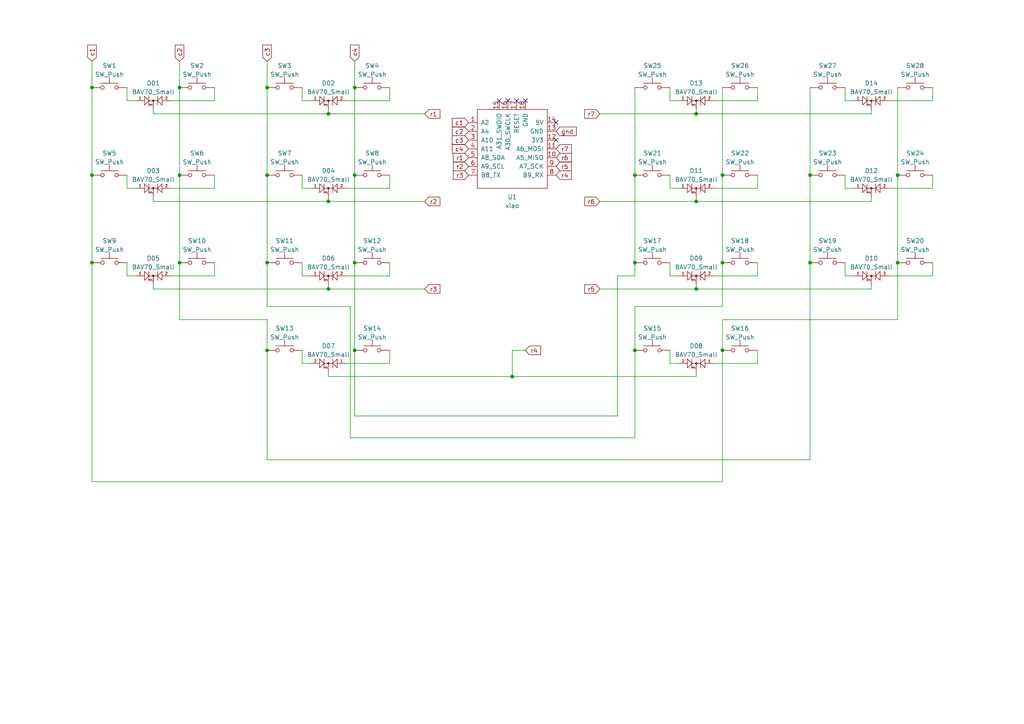
<source format=kicad_sch>
(kicad_sch (version 20230121) (generator eeschema)
  (paper "A4")
  (lib_symbols
    (symbol "Kleeb MCU:xiao" (pin_names (offset 1.016))
      (property "Reference" "U" (at -10.16 15.24 0))
      (property "Value" "xiao" (at -8.89 12.7 0))
      (symbol "xiao_0_1"
        (rectangle (start -10.16 11.43) (end 10.16 -11.43))
      )
      (symbol "xiao_1_1"
        (pin bidirectional line (at -12.7 7.62 0) (length 2.54) (name "A2") (number "1"))
        (pin bidirectional line (at 12.7 -2.54 180) (length 2.54) (name "A5_MISO") (number "10"))
        (pin bidirectional line (at 12.7 0 180) (length 2.54) (name "A6_MOSI") (number "11"))
        (pin power_out line (at 12.7 2.54 180) (length 2.54) (name "3V3") (number "12"))
        (pin power_out line (at 12.7 5.08 180) (length 2.54) (name "GND") (number "13"))
        (pin power_out line (at 12.7 7.62 180) (length 2.54) (name "5V") (number "14"))
        (pin input line (at -3.81 13.97 270) (length 2.54) (name "A31_SWDIO") (number "15"))
        (pin input line (at -1.27 13.97 270) (length 2.54) (name "A30_SWCLK") (number "16"))
        (pin input line (at 1.27 13.97 270) (length 2.54) (name "RESET") (number "17"))
        (pin power_out line (at 3.81 13.97 270) (length 2.54) (name "GND") (number "18"))
        (pin bidirectional line (at -12.7 5.08 0) (length 2.54) (name "A4") (number "2"))
        (pin bidirectional line (at -12.7 2.54 0) (length 2.54) (name "A10") (number "3"))
        (pin bidirectional line (at -12.7 0 0) (length 2.54) (name "A11") (number "4"))
        (pin bidirectional line (at -12.7 -2.54 0) (length 2.54) (name "A8_SDA") (number "5"))
        (pin bidirectional line (at -12.7 -5.08 0) (length 2.54) (name "A9_SCL") (number "6"))
        (pin bidirectional line (at -12.7 -7.62 0) (length 2.54) (name "B8_TX") (number "7"))
        (pin bidirectional line (at 12.7 -7.62 180) (length 2.54) (name "B9_RX") (number "8"))
        (pin bidirectional line (at 12.7 -5.08 180) (length 2.54) (name "A7_SCK") (number "9"))
      )
    )
    (symbol "MarBastLib-Various:BAV70_Small" (pin_names (offset 0.762) hide)
      (property "Reference" "D" (at 0.635 -2.54 0))
      (property "Value" "BAV70_Small" (at 0 2.54 0))
      (symbol "BAV70_Small_0_1"
        (polyline (pts (xy -1.27 1.27) (xy -1.27 -1.27)))
        (polyline (pts (xy 1.27 0) (xy -1.27 0)))
        (polyline (pts (xy 1.27 1.27) (xy 1.27 -1.27)))
        (polyline (pts (xy -2.54 1.27) (xy -2.54 -1.27) (xy -1.27 0) (xy -2.54 1.27)))
        (polyline (pts (xy 2.54 1.27) (xy 2.54 -1.27) (xy 1.27 0) (xy 2.54 1.27)))
        (circle (center 0 0) (radius 0.254) (fill (type outline)))
      )
      (symbol "BAV70_Small_1_1"
        (pin input line (at -5.08 0 0) (length 2.54) (name "A1") (number "1"))
        (pin input line (at 5.08 0 180) (length 2.54) (name "A2") (number "2"))
        (pin passive line (at 0 -2.54 90) (length 2.54) (name "K") (number "3"))
      )
    )
    (symbol "Switch:SW_Push" (pin_numbers hide) (pin_names (offset 1.016) hide)
      (property "Reference" "SW" (at 1.27 2.54 0))
      (property "Value" "SW_Push" (at 0 -1.524 0))
      (symbol "SW_Push_0_1"
        (circle (center -2.032 0) (radius 0.508))
        (polyline (pts (xy 0 1.27) (xy 0 3.048)))
        (polyline (pts (xy 2.54 1.27) (xy -2.54 1.27)))
        (circle (center 2.032 0) (radius 0.508))
        (pin passive line (at -5.08 0 0) (length 2.54) (name "1") (number "1"))
        (pin passive line (at 5.08 0 180) (length 2.54) (name "2") (number "2"))
      )
    )
  )
  (junction (at 102.87 25.4))
  (junction (at 184.15 101.6))
  (junction (at 77.47 25.4))
  (junction (at 77.47 101.6))
  (junction (at 102.87 50.8))
  (junction (at 95.25 83.82))
  (junction (at 52.07 50.8))
  (junction (at 201.93 58.42))
  (junction (at 77.47 76.2))
  (junction (at 95.25 58.42))
  (junction (at 184.15 50.8))
  (junction (at 234.95 50.8))
  (junction (at 77.47 50.8))
  (junction (at 52.07 76.2))
  (junction (at 26.67 76.2))
  (junction (at 52.07 25.4))
  (junction (at 234.95 76.2))
  (junction (at 102.87 101.6))
  (junction (at 209.55 76.2))
  (junction (at 260.35 50.8))
  (junction (at 209.55 50.8))
  (junction (at 26.67 50.8))
  (junction (at 184.15 76.2))
  (junction (at 95.25 33.02))
  (junction (at 148.59 109.22))
  (junction (at 201.93 33.02))
  (junction (at 201.93 83.82))
  (junction (at 102.87 76.2))
  (junction (at 26.67 25.4))
  (junction (at 209.55 101.6))
  (junction (at 260.35 76.2))
  (no_connect (at 161.29 40.64))
  (no_connect (at 147.32 29.21))
  (no_connect (at 149.86 29.21))
  (no_connect (at 152.4 29.21))
  (no_connect (at 161.29 35.56))
  (no_connect (at 144.78 29.21))
  (wire (pts (xy 201.93 58.42) (xy 201.93 57.15)))
  (wire (pts (xy 184.15 88.9) (xy 209.55 88.9)))
  (wire (pts (xy 209.55 92.71) (xy 260.35 92.71)))
  (wire (pts (xy 179.07 120.65) (xy 102.87 120.65)))
  (wire (pts (xy 148.59 101.6) (xy 152.4 101.6)))
  (wire (pts (xy 52.07 76.2) (xy 52.07 50.8)))
  (wire (pts (xy 26.67 17.78) (xy 26.67 25.4)))
  (wire (pts (xy 209.55 50.8) (xy 209.55 25.4)))
  (wire (pts (xy 219.71 29.21) (xy 207.01 29.21)))
  (wire (pts (xy 245.11 80.01) (xy 247.65 80.01)))
  (wire (pts (xy 62.23 76.2) (xy 62.23 80.01)))
  (wire (pts (xy 219.71 76.2) (xy 219.71 80.01)))
  (wire (pts (xy 252.73 57.15) (xy 252.73 58.42)))
  (wire (pts (xy 194.31 76.2) (xy 194.31 80.01)))
  (wire (pts (xy 87.63 25.4) (xy 87.63 29.21)))
  (wire (pts (xy 52.07 17.78) (xy 52.07 25.4)))
  (wire (pts (xy 52.07 92.71) (xy 52.07 76.2)))
  (wire (pts (xy 209.55 139.7) (xy 209.55 101.6)))
  (wire (pts (xy 26.67 50.8) (xy 26.67 76.2)))
  (wire (pts (xy 95.25 31.75) (xy 95.25 33.02)))
  (wire (pts (xy 44.45 33.02) (xy 95.25 33.02)))
  (wire (pts (xy 95.25 33.02) (xy 123.19 33.02)))
  (wire (pts (xy 44.45 58.42) (xy 95.25 58.42)))
  (wire (pts (xy 179.07 80.01) (xy 179.07 120.65)))
  (wire (pts (xy 148.59 109.22) (xy 201.93 109.22)))
  (wire (pts (xy 252.73 82.55) (xy 252.73 83.82)))
  (wire (pts (xy 36.83 25.4) (xy 36.83 29.21)))
  (wire (pts (xy 219.71 50.8) (xy 219.71 54.61)))
  (wire (pts (xy 77.47 133.35) (xy 77.47 101.6)))
  (wire (pts (xy 194.31 105.41) (xy 196.85 105.41)))
  (wire (pts (xy 270.51 80.01) (xy 257.81 80.01)))
  (wire (pts (xy 260.35 50.8) (xy 260.35 76.2)))
  (wire (pts (xy 194.31 50.8) (xy 194.31 54.61)))
  (wire (pts (xy 194.31 54.61) (xy 196.85 54.61)))
  (wire (pts (xy 245.11 76.2) (xy 245.11 80.01)))
  (wire (pts (xy 245.11 25.4) (xy 245.11 29.21)))
  (wire (pts (xy 184.15 127) (xy 184.15 101.6)))
  (wire (pts (xy 95.25 57.15) (xy 95.25 58.42)))
  (wire (pts (xy 77.47 92.71) (xy 52.07 92.71)))
  (wire (pts (xy 62.23 29.21) (xy 49.53 29.21)))
  (wire (pts (xy 201.93 58.42) (xy 252.73 58.42)))
  (wire (pts (xy 270.51 50.8) (xy 270.51 54.61)))
  (wire (pts (xy 62.23 25.4) (xy 62.23 29.21)))
  (wire (pts (xy 219.71 80.01) (xy 207.01 80.01)))
  (wire (pts (xy 87.63 50.8) (xy 87.63 54.61)))
  (wire (pts (xy 44.45 83.82) (xy 95.25 83.82)))
  (wire (pts (xy 77.47 50.8) (xy 77.47 76.2)))
  (wire (pts (xy 44.45 58.42) (xy 44.45 57.15)))
  (wire (pts (xy 260.35 92.71) (xy 260.35 76.2)))
  (wire (pts (xy 252.73 31.75) (xy 252.73 33.02)))
  (wire (pts (xy 194.31 101.6) (xy 194.31 105.41)))
  (wire (pts (xy 113.03 80.01) (xy 100.33 80.01)))
  (wire (pts (xy 95.25 83.82) (xy 123.19 83.82)))
  (wire (pts (xy 270.51 25.4) (xy 270.51 29.21)))
  (wire (pts (xy 36.83 50.8) (xy 36.83 54.61)))
  (wire (pts (xy 113.03 25.4) (xy 113.03 29.21)))
  (wire (pts (xy 102.87 76.2) (xy 102.87 50.8)))
  (wire (pts (xy 87.63 29.21) (xy 90.17 29.21)))
  (wire (pts (xy 113.03 76.2) (xy 113.03 80.01)))
  (wire (pts (xy 62.23 50.8) (xy 62.23 54.61)))
  (wire (pts (xy 184.15 80.01) (xy 184.15 76.2)))
  (wire (pts (xy 44.45 83.82) (xy 44.45 82.55)))
  (wire (pts (xy 95.25 107.95) (xy 95.25 109.22)))
  (wire (pts (xy 102.87 17.78) (xy 102.87 25.4)))
  (wire (pts (xy 219.71 25.4) (xy 219.71 29.21)))
  (wire (pts (xy 207.01 105.41) (xy 219.71 105.41)))
  (wire (pts (xy 102.87 101.6) (xy 102.87 76.2)))
  (wire (pts (xy 209.55 101.6) (xy 209.55 92.71)))
  (wire (pts (xy 36.83 76.2) (xy 36.83 80.01)))
  (wire (pts (xy 270.51 29.21) (xy 257.81 29.21)))
  (wire (pts (xy 201.93 109.22) (xy 201.93 107.95)))
  (wire (pts (xy 87.63 80.01) (xy 90.17 80.01)))
  (wire (pts (xy 101.6 88.9) (xy 101.6 127)))
  (wire (pts (xy 173.99 58.42) (xy 201.93 58.42)))
  (wire (pts (xy 184.15 50.8) (xy 184.15 76.2)))
  (wire (pts (xy 209.55 76.2) (xy 209.55 50.8)))
  (wire (pts (xy 87.63 105.41) (xy 90.17 105.41)))
  (wire (pts (xy 260.35 25.4) (xy 260.35 50.8)))
  (wire (pts (xy 201.93 33.02) (xy 201.93 31.75)))
  (wire (pts (xy 102.87 120.65) (xy 102.87 101.6)))
  (wire (pts (xy 234.95 133.35) (xy 234.95 76.2)))
  (wire (pts (xy 62.23 54.61) (xy 49.53 54.61)))
  (wire (pts (xy 26.67 76.2) (xy 26.67 139.7)))
  (wire (pts (xy 62.23 80.01) (xy 49.53 80.01)))
  (wire (pts (xy 36.83 80.01) (xy 39.37 80.01)))
  (wire (pts (xy 194.31 80.01) (xy 196.85 80.01)))
  (wire (pts (xy 95.25 58.42) (xy 123.19 58.42)))
  (wire (pts (xy 219.71 101.6) (xy 219.71 105.41)))
  (wire (pts (xy 194.31 25.4) (xy 194.31 29.21)))
  (wire (pts (xy 102.87 50.8) (xy 102.87 25.4)))
  (wire (pts (xy 270.51 54.61) (xy 257.81 54.61)))
  (wire (pts (xy 77.47 25.4) (xy 77.47 50.8)))
  (wire (pts (xy 184.15 25.4) (xy 184.15 50.8)))
  (wire (pts (xy 101.6 127) (xy 184.15 127)))
  (wire (pts (xy 270.51 76.2) (xy 270.51 80.01)))
  (wire (pts (xy 113.03 50.8) (xy 113.03 54.61)))
  (wire (pts (xy 36.83 54.61) (xy 39.37 54.61)))
  (wire (pts (xy 184.15 101.6) (xy 184.15 88.9)))
  (wire (pts (xy 201.93 83.82) (xy 201.93 82.55)))
  (wire (pts (xy 100.33 105.41) (xy 113.03 105.41)))
  (wire (pts (xy 77.47 101.6) (xy 77.47 92.71)))
  (wire (pts (xy 245.11 50.8) (xy 245.11 54.61)))
  (wire (pts (xy 234.95 50.8) (xy 234.95 25.4)))
  (wire (pts (xy 201.93 33.02) (xy 252.73 33.02)))
  (wire (pts (xy 26.67 139.7) (xy 209.55 139.7)))
  (wire (pts (xy 44.45 33.02) (xy 44.45 31.75)))
  (wire (pts (xy 113.03 54.61) (xy 100.33 54.61)))
  (wire (pts (xy 36.83 29.21) (xy 39.37 29.21)))
  (wire (pts (xy 26.67 25.4) (xy 26.67 50.8)))
  (wire (pts (xy 148.59 109.22) (xy 148.59 101.6)))
  (wire (pts (xy 173.99 83.82) (xy 201.93 83.82)))
  (wire (pts (xy 194.31 29.21) (xy 196.85 29.21)))
  (wire (pts (xy 234.95 76.2) (xy 234.95 50.8)))
  (wire (pts (xy 52.07 50.8) (xy 52.07 25.4)))
  (wire (pts (xy 87.63 101.6) (xy 87.63 105.41)))
  (wire (pts (xy 77.47 17.78) (xy 77.47 25.4)))
  (wire (pts (xy 113.03 29.21) (xy 100.33 29.21)))
  (wire (pts (xy 77.47 88.9) (xy 101.6 88.9)))
  (wire (pts (xy 209.55 88.9) (xy 209.55 76.2)))
  (wire (pts (xy 245.11 29.21) (xy 247.65 29.21)))
  (wire (pts (xy 95.25 82.55) (xy 95.25 83.82)))
  (wire (pts (xy 77.47 133.35) (xy 234.95 133.35)))
  (wire (pts (xy 87.63 76.2) (xy 87.63 80.01)))
  (wire (pts (xy 77.47 76.2) (xy 77.47 88.9)))
  (wire (pts (xy 219.71 54.61) (xy 207.01 54.61)))
  (wire (pts (xy 113.03 101.6) (xy 113.03 105.41)))
  (wire (pts (xy 201.93 83.82) (xy 252.73 83.82)))
  (wire (pts (xy 95.25 109.22) (xy 148.59 109.22)))
  (wire (pts (xy 87.63 54.61) (xy 90.17 54.61)))
  (wire (pts (xy 179.07 80.01) (xy 184.15 80.01)))
  (wire (pts (xy 245.11 54.61) (xy 247.65 54.61)))
  (wire (pts (xy 173.99 33.02) (xy 201.93 33.02)))
  (global_label "r7" (shape input) (at 173.99 33.02 180) (property "Intersheetrefs" "${INTERSHEET_REFS}" (effects hide)))
  (global_label "r2" (shape input) (at 123.19 58.42 0) (property "Intersheetrefs" "${INTERSHEET_REFS}" (effects hide)))
  (global_label "c1" (shape input) (at 26.67 17.78 90) (property "Intersheetrefs" "${INTERSHEET_REFS}" (effects hide)))
  (global_label "r3" (shape input) (at 135.89 50.8 180) (property "Intersheetrefs" "${INTERSHEET_REFS}" (effects hide)))
  (global_label "r2" (shape input) (at 135.89 48.26 180) (property "Intersheetrefs" "${INTERSHEET_REFS}" (effects hide)))
  (global_label "r4" (shape input) (at 161.29 50.8 0) (property "Intersheetrefs" "${INTERSHEET_REFS}" (effects hide)))
  (global_label "r5" (shape input) (at 173.99 83.82 180) (property "Intersheetrefs" "${INTERSHEET_REFS}" (effects hide)))
  (global_label "c3" (shape input) (at 77.47 17.78 90) (property "Intersheetrefs" "${INTERSHEET_REFS}" (effects hide)))
  (global_label "c3" (shape input) (at 135.89 40.64 180) (property "Intersheetrefs" "${INTERSHEET_REFS}" (effects hide)))
  (global_label "r7" (shape input) (at 161.29 43.18 0) (property "Intersheetrefs" "${INTERSHEET_REFS}" (effects hide)))
  (global_label "c4" (shape input) (at 135.89 43.18 180) (property "Intersheetrefs" "${INTERSHEET_REFS}" (effects hide)))
  (global_label "r6" (shape input) (at 173.99 58.42 180) (property "Intersheetrefs" "${INTERSHEET_REFS}" (effects hide)))
  (global_label "r5" (shape input) (at 161.29 48.26 0) (property "Intersheetrefs" "${INTERSHEET_REFS}" (effects hide)))
  (global_label "r1" (shape input) (at 123.19 33.02 0) (property "Intersheetrefs" "${INTERSHEET_REFS}" (effects hide)))
  (global_label "c4" (shape input) (at 102.87 17.78 90) (property "Intersheetrefs" "${INTERSHEET_REFS}" (effects hide)))
  (global_label "c2" (shape input) (at 135.89 38.1 180) (property "Intersheetrefs" "${INTERSHEET_REFS}" (effects hide)))
  (global_label "c1" (shape input) (at 135.89 35.56 180) (property "Intersheetrefs" "${INTERSHEET_REFS}" (effects hide)))
  (global_label "gnd" (shape input) (at 161.29 38.1 0) (property "Intersheetrefs" "${INTERSHEET_REFS}" (effects hide)))
  (global_label "c2" (shape input) (at 52.07 17.78 90) (property "Intersheetrefs" "${INTERSHEET_REFS}" (effects hide)))
  (global_label "r6" (shape input) (at 161.29 45.72 0) (property "Intersheetrefs" "${INTERSHEET_REFS}" (effects hide)))
  (global_label "r3" (shape input) (at 123.19 83.82 0) (property "Intersheetrefs" "${INTERSHEET_REFS}" (effects hide)))
  (global_label "r1" (shape input) (at 135.89 45.72 180) (property "Intersheetrefs" "${INTERSHEET_REFS}" (effects hide)))
  (global_label "r4" (shape input) (at 152.4 101.6 0) (property "Intersheetrefs" "${INTERSHEET_REFS}" (effects hide)))
  (symbol (lib_id "Switch:SW_Push") (at 82.55 50.8 0) (unit 1)
    (property "Reference" "SW7" (at 82.55 44.45 0))
    (property "Value" "SW_Push" (at 82.55 46.99 0))
    (property "Footprint" "BeiBob:SW_Kailh-PG1350-1u-NoLED" (effects hide))
  )
  (symbol (lib_id "Switch:SW_Push") (at 240.03 50.8 0) (unit 1)
    (property "Reference" "SW23" (at 240.03 44.45 0))
    (property "Value" "SW_Push" (at 240.03 46.99 0))
    (property "Footprint" "BeiBob:SW_Kailh-PG1350-1u-NoLED" (effects hide))
  )
  (symbol (lib_id "Switch:SW_Push") (at 265.43 25.4 0) (unit 1)
    (property "Reference" "SW28" (at 265.43 19.05 0))
    (property "Value" "SW_Push" (at 265.43 21.59 0))
    (property "Footprint" "BeiBob:SW_Kailh-PG1350-1u-NoLED" (effects hide))
  )
  (symbol (lib_id "Switch:SW_Push") (at 189.23 25.4 0) (unit 1)
    (property "Reference" "SW25" (at 189.23 19.05 0))
    (property "Value" "SW_Push" (at 189.23 21.59 0))
    (property "Footprint" "BeiBob:SW_Kailh-PG1350-1u-NoLED" (effects hide))
  )
  (symbol (lib_id "Switch:SW_Push") (at 214.63 50.8 0) (unit 1)
    (property "Reference" "SW22" (at 214.63 44.45 0))
    (property "Value" "SW_Push" (at 214.63 46.99 0))
    (property "Footprint" "BeiBob:SW_Kailh-PG1350-1u-NoLED" (effects hide))
  )
  (symbol (lib_id "MarBastLib-Various:BAV70_Small") (at 44.45 29.21 0) (unit 1)
    (property "Reference" "D01" (at 44.45 24.13 0))
    (property "Value" "BAV70_Small" (at 44.45 26.67 0))
    (property "Footprint" "BeiBob:SOT-23_Handsoldering" (effects hide))
    (property "Datasheet" "https://assets.nexperia.com/documents/data-sheet/BAV70_SER.pdf" (effects hide))
  )
  (symbol (lib_id "MarBastLib-Various:BAV70_Small") (at 95.25 105.41 0) (mirror y) (unit 1)
    (property "Reference" "D07" (at 95.25 100.33 0))
    (property "Value" "BAV70_Small" (at 95.25 102.87 0))
    (property "Footprint" "BeiBob:SOT-23_Handsoldering" (effects hide))
    (property "Datasheet" "https://assets.nexperia.com/documents/data-sheet/BAV70_SER.pdf" (effects hide))
  )
  (symbol (lib_id "Switch:SW_Push") (at 189.23 50.8 0) (unit 1)
    (property "Reference" "SW21" (at 189.23 44.45 0))
    (property "Value" "SW_Push" (at 189.23 46.99 0))
    (property "Footprint" "BeiBob:SW_Kailh-PG1350-1u-NoLED" (effects hide))
  )
  (symbol (lib_id "Kleeb MCU:xiao") (at 148.59 43.18 0) (unit 1)
    (property "Reference" "U1" (at 148.59 57.15 0))
    (property "Value" "xiao" (at 148.59 59.69 0))
    (property "Footprint" "Kleeb MCU:xiao-tht" (effects hide))
  )
  (symbol (lib_id "Switch:SW_Push") (at 82.55 76.2 0) (unit 1)
    (property "Reference" "SW11" (at 82.55 69.85 0))
    (property "Value" "SW_Push" (at 82.55 72.39 0))
    (property "Footprint" "BeiBob:SW_Kailh-PG1350-1u-NoLED" (effects hide))
  )
  (symbol (lib_id "MarBastLib-Various:BAV70_Small") (at 95.25 54.61 0) (unit 1)
    (property "Reference" "D04" (at 95.25 49.53 0))
    (property "Value" "BAV70_Small" (at 95.25 52.07 0))
    (property "Footprint" "BeiBob:SOT-23_Handsoldering" (effects hide))
    (property "Datasheet" "https://assets.nexperia.com/documents/data-sheet/BAV70_SER.pdf" (effects hide))
  )
  (symbol (lib_id "MarBastLib-Various:BAV70_Small") (at 201.93 105.41 0) (mirror y) (unit 1)
    (property "Reference" "D08" (at 201.93 100.33 0))
    (property "Value" "BAV70_Small" (at 201.93 102.87 0))
    (property "Footprint" "BeiBob:SOT-23_Handsoldering" (effects hide))
    (property "Datasheet" "https://assets.nexperia.com/documents/data-sheet/BAV70_SER.pdf" (effects hide))
  )
  (symbol (lib_id "Switch:SW_Push") (at 240.03 76.2 0) (unit 1)
    (property "Reference" "SW19" (at 240.03 69.85 0))
    (property "Value" "SW_Push" (at 240.03 72.39 0))
    (property "Footprint" "BeiBob:SW_Kailh-PG1350-1u-NoLED" (effects hide))
  )
  (symbol (lib_id "Switch:SW_Push") (at 31.75 50.8 0) (unit 1)
    (property "Reference" "SW5" (at 31.75 44.45 0))
    (property "Value" "SW_Push" (at 31.75 46.99 0))
    (property "Footprint" "BeiBob:SW_Kailh-PG1350-1u-NoLED" (effects hide))
  )
  (symbol (lib_id "Switch:SW_Push") (at 265.43 50.8 0) (unit 1)
    (property "Reference" "SW24" (at 265.43 44.45 0))
    (property "Value" "SW_Push" (at 265.43 46.99 0))
    (property "Footprint" "BeiBob:SW_Kailh-PG1350-1u-NoLED" (effects hide))
  )
  (symbol (lib_id "MarBastLib-Various:BAV70_Small") (at 252.73 54.61 0) (unit 1)
    (property "Reference" "D12" (at 252.73 49.53 0))
    (property "Value" "BAV70_Small" (at 252.73 52.07 0))
    (property "Footprint" "BeiBob:SOT-23_Handsoldering" (effects hide))
    (property "Datasheet" "https://assets.nexperia.com/documents/data-sheet/BAV70_SER.pdf" (effects hide))
  )
  (symbol (lib_id "Switch:SW_Push") (at 265.43 76.2 0) (unit 1)
    (property "Reference" "SW20" (at 265.43 69.85 0))
    (property "Value" "SW_Push" (at 265.43 72.39 0))
    (property "Footprint" "BeiBob:SW_Kailh-PG1350-1u-NoLED" (effects hide))
  )
  (symbol (lib_id "MarBastLib-Various:BAV70_Small") (at 201.93 54.61 0) (unit 1)
    (property "Reference" "D11" (at 201.93 49.53 0))
    (property "Value" "BAV70_Small" (at 201.93 52.07 0))
    (property "Footprint" "BeiBob:SOT-23_Handsoldering" (effects hide))
    (property "Datasheet" "https://assets.nexperia.com/documents/data-sheet/BAV70_SER.pdf" (effects hide))
  )
  (symbol (lib_id "Switch:SW_Push") (at 31.75 76.2 0) (unit 1)
    (property "Reference" "SW9" (at 31.75 69.85 0))
    (property "Value" "SW_Push" (at 31.75 72.39 0))
    (property "Footprint" "BeiBob:SW_Kailh-PG1350-1u-NoLED" (effects hide))
  )
  (symbol (lib_id "Switch:SW_Push") (at 31.75 25.4 0) (unit 1)
    (property "Reference" "SW1" (at 31.75 19.05 0))
    (property "Value" "SW_Push" (at 31.75 21.59 0))
    (property "Footprint" "BeiBob:SW_Kailh-PG1350-1u-NoLED" (effects hide))
  )
  (symbol (lib_id "Switch:SW_Push") (at 107.95 50.8 0) (unit 1)
    (property "Reference" "SW8" (at 107.95 44.45 0))
    (property "Value" "SW_Push" (at 107.95 46.99 0))
    (property "Footprint" "BeiBob:SW_Kailh-PG1350-1u-NoLED" (effects hide))
  )
  (symbol (lib_id "Switch:SW_Push") (at 57.15 50.8 0) (unit 1)
    (property "Reference" "SW6" (at 57.15 44.45 0))
    (property "Value" "SW_Push" (at 57.15 46.99 0))
    (property "Footprint" "BeiBob:SW_Kailh-PG1350-1u-NoLED" (effects hide))
  )
  (symbol (lib_id "Switch:SW_Push") (at 214.63 101.6 0) (unit 1)
    (property "Reference" "SW16" (at 214.63 95.25 0))
    (property "Value" "SW_Push" (at 214.63 97.79 0))
    (property "Footprint" "BeiBob:SW_Kailh-PG1350-1u-NoLED" (effects hide))
  )
  (symbol (lib_id "Switch:SW_Push") (at 107.95 25.4 0) (unit 1)
    (property "Reference" "SW4" (at 107.95 19.05 0))
    (property "Value" "SW_Push" (at 107.95 21.59 0))
    (property "Footprint" "BeiBob:SW_Kailh-PG1350-1u-NoLED" (effects hide))
  )
  (symbol (lib_id "Switch:SW_Push") (at 57.15 25.4 0) (unit 1)
    (property "Reference" "SW2" (at 57.15 19.05 0))
    (property "Value" "SW_Push" (at 57.15 21.59 0))
    (property "Footprint" "BeiBob:SW_Kailh-PG1350-1u-NoLED" (effects hide))
  )
  (symbol (lib_id "Switch:SW_Push") (at 82.55 25.4 0) (unit 1)
    (property "Reference" "SW3" (at 82.55 19.05 0))
    (property "Value" "SW_Push" (at 82.55 21.59 0))
    (property "Footprint" "BeiBob:SW_Kailh-PG1350-1u-NoLED" (effects hide))
  )
  (symbol (lib_id "MarBastLib-Various:BAV70_Small") (at 252.73 29.21 0) (unit 1)
    (property "Reference" "D14" (at 252.73 24.13 0))
    (property "Value" "BAV70_Small" (at 252.73 26.67 0))
    (property "Footprint" "BeiBob:SOT-23_Handsoldering" (effects hide))
    (property "Datasheet" "https://assets.nexperia.com/documents/data-sheet/BAV70_SER.pdf" (effects hide))
  )
  (symbol (lib_id "Switch:SW_Push") (at 214.63 25.4 0) (unit 1)
    (property "Reference" "SW26" (at 214.63 19.05 0))
    (property "Value" "SW_Push" (at 214.63 21.59 0))
    (property "Footprint" "BeiBob:SW_Kailh-PG1350-1u-NoLED" (effects hide))
  )
  (symbol (lib_id "Switch:SW_Push") (at 189.23 101.6 0) (unit 1)
    (property "Reference" "SW15" (at 189.23 95.25 0))
    (property "Value" "SW_Push" (at 189.23 97.79 0))
    (property "Footprint" "BeiBob:SW_Kailh-PG1350-1u-NoLED" (effects hide))
  )
  (symbol (lib_id "Switch:SW_Push") (at 107.95 76.2 0) (unit 1)
    (property "Reference" "SW12" (at 107.95 69.85 0))
    (property "Value" "SW_Push" (at 107.95 72.39 0))
    (property "Footprint" "BeiBob:SW_Kailh-PG1350-1u-NoLED" (effects hide))
  )
  (symbol (lib_id "MarBastLib-Various:BAV70_Small") (at 95.25 80.01 0) (unit 1)
    (property "Reference" "D06" (at 95.25 74.93 0))
    (property "Value" "BAV70_Small" (at 95.25 77.47 0))
    (property "Footprint" "BeiBob:SOT-23_Handsoldering" (effects hide))
    (property "Datasheet" "https://assets.nexperia.com/documents/data-sheet/BAV70_SER.pdf" (effects hide))
  )
  (symbol (lib_id "Switch:SW_Push") (at 107.95 101.6 0) (unit 1)
    (property "Reference" "SW14" (at 107.95 95.25 0))
    (property "Value" "SW_Push" (at 107.95 97.79 0))
    (property "Footprint" "BeiBob:SW_Kailh-PG1350-1u-NoLED" (effects hide))
  )
  (symbol (lib_id "Switch:SW_Push") (at 214.63 76.2 0) (unit 1)
    (property "Reference" "SW18" (at 214.63 69.85 0))
    (property "Value" "SW_Push" (at 214.63 72.39 0))
    (property "Footprint" "BeiBob:SW_Kailh-PG1350-1u-NoLED" (effects hide))
  )
  (symbol (lib_id "MarBastLib-Various:BAV70_Small") (at 201.93 29.21 0) (unit 1)
    (property "Reference" "D13" (at 201.93 24.13 0))
    (property "Value" "BAV70_Small" (at 201.93 26.67 0))
    (property "Footprint" "BeiBob:SOT-23_Handsoldering" (effects hide))
    (property "Datasheet" "https://assets.nexperia.com/documents/data-sheet/BAV70_SER.pdf" (effects hide))
  )
  (symbol (lib_id "MarBastLib-Various:BAV70_Small") (at 95.25 29.21 0) (unit 1)
    (property "Reference" "D02" (at 95.25 24.13 0))
    (property "Value" "BAV70_Small" (at 95.25 26.67 0))
    (property "Footprint" "BeiBob:SOT-23_Handsoldering" (effects hide))
    (property "Datasheet" "https://assets.nexperia.com/documents/data-sheet/BAV70_SER.pdf" (effects hide))
  )
  (symbol (lib_id "MarBastLib-Various:BAV70_Small") (at 44.45 80.01 0) (unit 1)
    (property "Reference" "D05" (at 44.45 74.93 0))
    (property "Value" "BAV70_Small" (at 44.45 77.47 0))
    (property "Footprint" "BeiBob:SOT-23_Handsoldering" (effects hide))
    (property "Datasheet" "https://assets.nexperia.com/documents/data-sheet/BAV70_SER.pdf" (effects hide))
  )
  (symbol (lib_id "Switch:SW_Push") (at 82.55 101.6 0) (unit 1)
    (property "Reference" "SW13" (at 82.55 95.25 0))
    (property "Value" "SW_Push" (at 82.55 97.79 0))
    (property "Footprint" "BeiBob:SW_Kailh-PG1350-1u-NoLED" (effects hide))
  )
  (symbol (lib_id "Switch:SW_Push") (at 240.03 25.4 0) (unit 1)
    (property "Reference" "SW27" (at 240.03 19.05 0))
    (property "Value" "SW_Push" (at 240.03 21.59 0))
    (property "Footprint" "BeiBob:SW_Kailh-PG1350-1u-NoLED" (effects hide))
  )
  (symbol (lib_id "Switch:SW_Push") (at 57.15 76.2 0) (unit 1)
    (property "Reference" "SW10" (at 57.15 69.85 0))
    (property "Value" "SW_Push" (at 57.15 72.39 0))
    (property "Footprint" "BeiBob:SW_Kailh-PG1350-1u-NoLED" (effects hide))
  )
  (symbol (lib_id "MarBastLib-Various:BAV70_Small") (at 44.45 54.61 0) (unit 1)
    (property "Reference" "D03" (at 44.45 49.53 0))
    (property "Value" "BAV70_Small" (at 44.45 52.07 0))
    (property "Footprint" "BeiBob:SOT-23_Handsoldering" (effects hide))
    (property "Datasheet" "https://assets.nexperia.com/documents/data-sheet/BAV70_SER.pdf" (effects hide))
  )
  (symbol (lib_id "MarBastLib-Various:BAV70_Small") (at 252.73 80.01 0) (unit 1)
    (property "Reference" "D10" (at 252.73 74.93 0))
    (property "Value" "BAV70_Small" (at 252.73 77.47 0))
    (property "Footprint" "BeiBob:SOT-23_Handsoldering" (effects hide))
    (property "Datasheet" "https://assets.nexperia.com/documents/data-sheet/BAV70_SER.pdf" (effects hide))
  )
  (symbol (lib_id "MarBastLib-Various:BAV70_Small") (at 201.93 80.01 0) (unit 1)
    (property "Reference" "D09" (at 201.93 74.93 0))
    (property "Value" "BAV70_Small" (at 201.93 77.47 0))
    (property "Footprint" "BeiBob:SOT-23_Handsoldering" (effects hide))
    (property "Datasheet" "https://assets.nexperia.com/documents/data-sheet/BAV70_SER.pdf" (effects hide))
  )
  (symbol (lib_id "Switch:SW_Push") (at 189.23 76.2 0) (unit 1)
    (property "Reference" "SW17" (at 189.23 69.85 0))
    (property "Value" "SW_Push" (at 189.23 72.39 0))
    (property "Footprint" "BeiBob:SW_Kailh-PG1350-1u-NoLED" (effects hide))
  )
)
</source>
